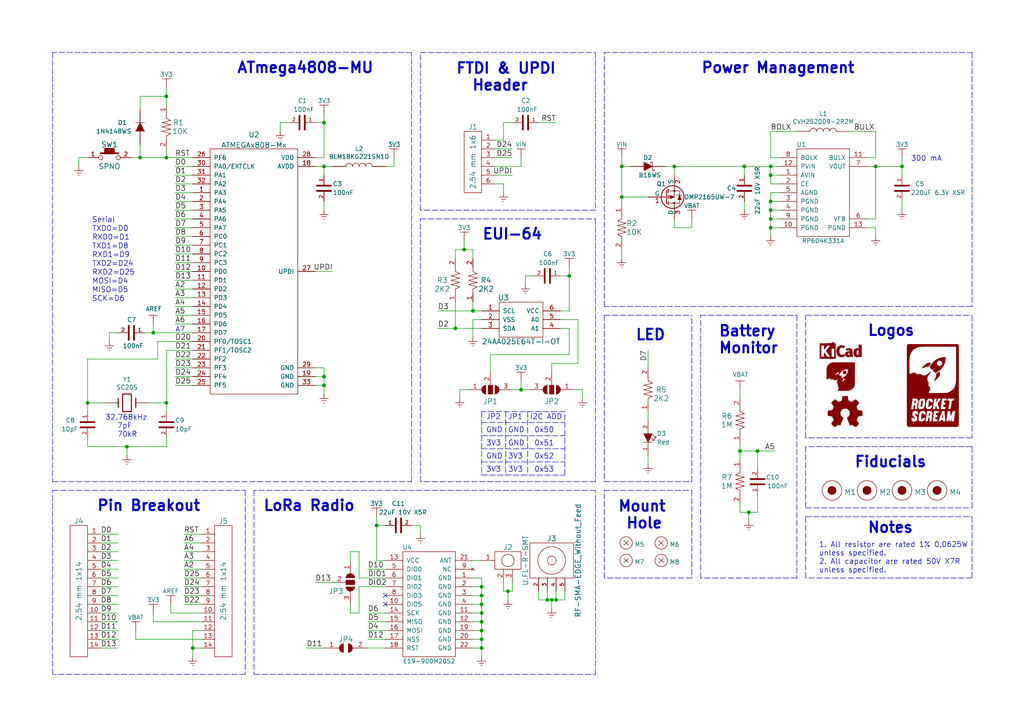
<source format=kicad_sch>
(kicad_sch (version 20211123) (generator eeschema)
  (paper "A4")
  (title_block (title "Mini Ultra LoRa") (date "2022-07-17") (rev "1v00") (company "Rocket Scream Electronics"))
  (junction (at 161.29 173.99))
  (junction (at 139.7 180.34))
  (junction (at 132.08 95.25))
  (junction (at 48.26 116.84))
  (junction (at 195.58 48.26))
  (junction (at 147.32 171.45))
  (junction (at 261.62 48.26))
  (junction (at 139.7 185.42))
  (junction (at 223.52 60.96))
  (junction (at 93.98 109.22))
  (junction (at 139.7 175.26))
  (junction (at 223.52 58.42))
  (junction (at 139.7 187.96))
  (junction (at 215.9 48.26))
  (junction (at 109.22 152.4))
  (junction (at 223.52 50.8))
  (junction (at 48.26 45.72))
  (junction (at 165.1 80.01))
  (junction (at 93.98 111.76))
  (junction (at 139.7 172.72))
  (junction (at 44.45 96.52))
  (junction (at 93.98 48.26))
  (junction (at 137.16 90.17))
  (junction (at 180.34 57.15))
  (junction (at 36.83 129.54))
  (junction (at 139.7 170.18))
  (junction (at 48.26 27.94))
  (junction (at 214.63 130.81))
  (junction (at 158.75 173.99))
  (junction (at 219.71 130.81))
  (junction (at 160.02 173.99))
  (junction (at 223.52 66.04))
  (junction (at 151.13 113.03))
  (junction (at 223.52 63.5))
  (junction (at 223.52 48.26))
  (junction (at 134.62 72.39))
  (junction (at 139.7 177.8))
  (junction (at 25.4 116.84))
  (junction (at 93.98 35.56))
  (junction (at 180.34 48.26))
  (junction (at 217.17 148.59))
  (junction (at 139.7 182.88))
  (junction (at 254 48.26))
  (junction (at 55.88 187.96))
  (junction (at 40.64 45.72))
  (no_connect (at 111.76 175.26))
  (no_connect (at 111.76 172.72))
  (polyline (pts (xy 203.2 91.44) (xy 231.14 91.44)))
  (wire (pts (xy 49.53 177.8) (xy 49.53 175.26)))
  (wire (pts (xy 146.05 53.34) (xy 146.05 55.88)))
  (wire (pts (xy 36.83 129.54) (xy 48.26 129.54)))
  (polyline (pts (xy 119.38 15.24) (xy 15.24 15.24)))
  (polyline (pts (xy 281.94 147.32) (xy 281.94 129.54)))
  (wire (pts (xy 58.42 187.96) (xy 55.88 187.96)))
  (wire (pts (xy 34.29 180.34) (xy 29.21 180.34)))
  (wire (pts (xy 251.46 63.5) (xy 254 63.5)))
  (wire (pts (xy 109.22 152.4) (xy 109.22 162.56)))
  (wire (pts (xy 50.8 86.36) (xy 55.88 86.36)))
  (polyline (pts (xy 200.66 139.7) (xy 200.66 91.44)))
  (wire (pts (xy 48.26 27.94) (xy 48.26 30.48)))
  (wire (pts (xy 139.7 182.88) (xy 139.7 185.42)))
  (wire (pts (xy 48.26 25.4) (xy 48.26 27.94)))
  (wire (pts (xy 29.21 162.56) (xy 34.29 162.56)))
  (wire (pts (xy 91.44 111.76) (xy 93.98 111.76)))
  (polyline (pts (xy 73.66 142.24) (xy 73.66 195.58)))
  (wire (pts (xy 55.88 48.26) (xy 50.8 48.26)))
  (wire (pts (xy 195.58 48.26) (xy 215.9 48.26)))
  (wire (pts (xy 88.9 187.96) (xy 93.98 187.96)))
  (wire (pts (xy 48.26 101.6) (xy 55.88 101.6)))
  (polyline (pts (xy 281.94 15.24) (xy 281.94 88.9)))
  (polyline (pts (xy 231.14 167.64) (xy 203.2 167.64)))
  (wire (pts (xy 111.76 170.18) (xy 104.14 170.18)))
  (wire (pts (xy 55.88 111.76) (xy 50.8 111.76)))
  (wire (pts (xy 137.16 182.88) (xy 139.7 182.88)))
  (wire (pts (xy 93.98 48.26) (xy 93.98 50.8)))
  (wire (pts (xy 111.76 152.4) (xy 109.22 152.4)))
  (wire (pts (xy 93.98 58.42) (xy 93.98 60.96)))
  (wire (pts (xy 127 90.17) (xy 137.16 90.17)))
  (wire (pts (xy 55.88 106.68) (xy 50.8 106.68)))
  (wire (pts (xy 160.02 107.95) (xy 160.02 105.41)))
  (wire (pts (xy 139.7 172.72) (xy 139.7 175.26)))
  (wire (pts (xy 139.7 170.18) (xy 139.7 172.72)))
  (wire (pts (xy 44.45 93.98) (xy 44.45 96.52)))
  (wire (pts (xy 106.68 165.1) (xy 111.76 165.1)))
  (wire (pts (xy 165.1 80.01) (xy 165.1 90.17)))
  (wire (pts (xy 133.35 113.03) (xy 133.35 115.57)))
  (wire (pts (xy 44.45 180.34) (xy 44.45 177.8)))
  (wire (pts (xy 45.72 99.06) (xy 45.72 104.14)))
  (wire (pts (xy 109.22 162.56) (xy 111.76 162.56)))
  (polyline (pts (xy 15.24 139.7) (xy 119.38 139.7)))
  (wire (pts (xy 104.14 177.8) (xy 101.6 177.8)))
  (wire (pts (xy 261.62 48.26) (xy 261.62 50.8)))
  (wire (pts (xy 93.98 109.22) (xy 93.98 111.76)))
  (wire (pts (xy 55.88 73.66) (xy 50.8 73.66)))
  (wire (pts (xy 55.88 91.44) (xy 50.8 91.44)))
  (wire (pts (xy 39.37 182.88) (xy 39.37 185.42)))
  (polyline (pts (xy 15.24 15.24) (xy 15.24 139.7)))
  (wire (pts (xy 217.17 148.59) (xy 219.71 148.59)))
  (polyline (pts (xy 281.94 88.9) (xy 175.26 88.9)))
  (wire (pts (xy 158.75 171.45) (xy 158.75 173.99)))
  (wire (pts (xy 226.06 50.8) (xy 223.52 50.8)))
  (wire (pts (xy 223.52 38.1) (xy 223.52 45.72)))
  (wire (pts (xy 254 66.04) (xy 254 68.58)))
  (wire (pts (xy 214.63 130.81) (xy 219.71 130.81)))
  (wire (pts (xy 48.26 101.6) (xy 48.26 116.84)))
  (wire (pts (xy 146.05 35.56) (xy 146.05 40.64)))
  (wire (pts (xy 137.16 170.18) (xy 139.7 170.18)))
  (wire (pts (xy 162.56 80.01) (xy 165.1 80.01)))
  (polyline (pts (xy 146.685 119.38) (xy 146.685 137.795)))
  (wire (pts (xy 114.3 48.26) (xy 111.76 48.26)))
  (wire (pts (xy 114.3 45.72) (xy 114.3 48.26)))
  (wire (pts (xy 137.16 177.8) (xy 139.7 177.8)))
  (wire (pts (xy 139.7 95.25) (xy 132.08 95.25)))
  (wire (pts (xy 44.45 96.52) (xy 55.88 96.52)))
  (polyline (pts (xy 172.72 15.24) (xy 172.72 60.96)))
  (wire (pts (xy 231.14 38.1) (xy 223.52 38.1)))
  (wire (pts (xy 139.7 177.8) (xy 139.7 180.34)))
  (wire (pts (xy 143.51 53.34) (xy 146.05 53.34)))
  (wire (pts (xy 58.42 160.02) (xy 53.34 160.02)))
  (wire (pts (xy 91.44 78.74) (xy 96.52 78.74)))
  (wire (pts (xy 214.63 146.05) (xy 214.63 148.59)))
  (wire (pts (xy 34.29 172.72) (xy 29.21 172.72)))
  (polyline (pts (xy 139.7 133.985) (xy 163.83 133.985)))
  (wire (pts (xy 223.52 66.04) (xy 223.52 68.58)))
  (wire (pts (xy 215.9 48.26) (xy 223.52 48.26)))
  (wire (pts (xy 106.68 182.88) (xy 111.76 182.88)))
  (wire (pts (xy 161.29 171.45) (xy 161.29 173.99)))
  (wire (pts (xy 254 38.1) (xy 254 45.72)))
  (wire (pts (xy 147.32 171.45) (xy 148.59 171.45)))
  (wire (pts (xy 214.63 128.27) (xy 214.63 130.81)))
  (wire (pts (xy 25.4 45.72) (xy 22.86 45.72)))
  (polyline (pts (xy 203.2 167.64) (xy 203.2 91.44)))
  (wire (pts (xy 104.14 167.64) (xy 104.14 160.02)))
  (wire (pts (xy 139.7 167.64) (xy 139.7 170.18)))
  (wire (pts (xy 154.94 80.01) (xy 152.4 80.01)))
  (polyline (pts (xy 175.26 142.24) (xy 200.66 142.24)))
  (wire (pts (xy 91.44 168.91) (xy 96.52 168.91)))
  (polyline (pts (xy 233.68 127) (xy 233.68 91.44)))
  (wire (pts (xy 34.29 157.48) (xy 29.21 157.48)))
  (wire (pts (xy 261.62 58.42) (xy 261.62 60.96)))
  (wire (pts (xy 45.72 99.06) (xy 55.88 99.06)))
  (wire (pts (xy 58.42 162.56) (xy 53.34 162.56)))
  (wire (pts (xy 55.88 53.34) (xy 50.8 53.34)))
  (wire (pts (xy 217.17 148.59) (xy 217.17 151.13)))
  (wire (pts (xy 48.26 129.54) (xy 48.26 127)))
  (polyline (pts (xy 163.83 137.795) (xy 163.83 119.38)))
  (wire (pts (xy 48.26 45.72) (xy 55.88 45.72)))
  (wire (pts (xy 25.4 104.14) (xy 25.4 116.84)))
  (polyline (pts (xy 281.94 91.44) (xy 281.94 127)))
  (wire (pts (xy 104.14 170.18) (xy 104.14 177.8)))
  (wire (pts (xy 226.06 66.04) (xy 223.52 66.04)))
  (polyline (pts (xy 175.26 167.64) (xy 175.26 142.24)))
  (polyline (pts (xy 200.66 167.64) (xy 175.26 167.64)))
  (wire (pts (xy 58.42 167.64) (xy 53.34 167.64)))
  (wire (pts (xy 34.29 167.64) (xy 29.21 167.64)))
  (polyline (pts (xy 73.66 195.58) (xy 172.72 195.58)))
  (wire (pts (xy 55.88 71.12) (xy 50.8 71.12)))
  (wire (pts (xy 156.21 173.99) (xy 158.75 173.99)))
  (polyline (pts (xy 163.83 119.38) (xy 139.7 119.38)))
  (wire (pts (xy 25.4 116.84) (xy 25.4 119.38)))
  (wire (pts (xy 146.05 40.64) (xy 143.51 40.64)))
  (wire (pts (xy 55.88 78.74) (xy 50.8 78.74)))
  (polyline (pts (xy 172.72 139.7) (xy 121.92 139.7)))
  (wire (pts (xy 55.88 76.2) (xy 50.8 76.2)))
  (polyline (pts (xy 121.92 60.96) (xy 121.92 15.24)))
  (polyline (pts (xy 15.24 195.58) (xy 15.24 142.24)))
  (wire (pts (xy 139.7 180.34) (xy 139.7 182.88)))
  (polyline (pts (xy 139.7 122.555) (xy 163.83 122.555)))
  (wire (pts (xy 215.9 48.26) (xy 215.9 50.8)))
  (wire (pts (xy 106.68 177.8) (xy 111.76 177.8)))
  (polyline (pts (xy 175.26 88.9) (xy 175.26 15.24)))
  (wire (pts (xy 219.71 130.81) (xy 224.79 130.81)))
  (wire (pts (xy 200.66 63.5) (xy 200.66 66.04)))
  (wire (pts (xy 106.68 185.42) (xy 111.76 185.42)))
  (wire (pts (xy 151.13 110.49) (xy 151.13 113.03)))
  (wire (pts (xy 226.06 55.88) (xy 223.52 55.88)))
  (wire (pts (xy 143.51 45.72) (xy 148.59 45.72)))
  (wire (pts (xy 81.28 38.1) (xy 81.28 35.56)))
  (wire (pts (xy 214.63 148.59) (xy 217.17 148.59)))
  (wire (pts (xy 34.29 182.88) (xy 29.21 182.88)))
  (wire (pts (xy 55.88 58.42) (xy 50.8 58.42)))
  (polyline (pts (xy 139.7 119.38) (xy 139.7 137.795)))
  (wire (pts (xy 214.63 113.03) (xy 214.63 115.57)))
  (wire (pts (xy 50.8 81.28) (xy 55.88 81.28)))
  (wire (pts (xy 91.44 48.26) (xy 93.98 48.26)))
  (wire (pts (xy 134.62 69.85) (xy 134.62 72.39)))
  (polyline (pts (xy 119.38 139.7) (xy 119.38 15.24)))
  (wire (pts (xy 137.16 92.71) (xy 137.16 97.79)))
  (wire (pts (xy 55.88 187.96) (xy 55.88 190.5)))
  (wire (pts (xy 38.1 45.72) (xy 40.64 45.72)))
  (wire (pts (xy 223.52 53.34) (xy 223.52 50.8)))
  (polyline (pts (xy 172.72 195.58) (xy 172.72 142.24)))
  (wire (pts (xy 135.89 113.03) (xy 133.35 113.03)))
  (wire (pts (xy 55.88 182.88) (xy 55.88 187.96)))
  (polyline (pts (xy 121.92 139.7) (xy 121.92 63.5)))
  (wire (pts (xy 223.52 63.5) (xy 223.52 60.96)))
  (wire (pts (xy 111.76 167.64) (xy 104.14 167.64)))
  (wire (pts (xy 214.63 130.81) (xy 214.63 133.35)))
  (wire (pts (xy 34.29 170.18) (xy 29.21 170.18)))
  (wire (pts (xy 254 48.26) (xy 254 63.5)))
  (wire (pts (xy 187.96 57.15) (xy 180.34 57.15)))
  (wire (pts (xy 55.88 109.22) (xy 50.8 109.22)))
  (polyline (pts (xy 71.12 142.24) (xy 71.12 195.58)))
  (wire (pts (xy 50.8 93.98) (xy 55.88 93.98)))
  (wire (pts (xy 106.68 180.34) (xy 111.76 180.34)))
  (wire (pts (xy 34.29 187.96) (xy 29.21 187.96)))
  (polyline (pts (xy 233.68 147.32) (xy 281.94 147.32)))
  (wire (pts (xy 180.34 45.72) (xy 180.34 48.26)))
  (wire (pts (xy 55.88 63.5) (xy 50.8 63.5)))
  (wire (pts (xy 58.42 177.8) (xy 49.53 177.8)))
  (wire (pts (xy 34.29 177.8) (xy 29.21 177.8)))
  (wire (pts (xy 121.92 152.4) (xy 121.92 154.94)))
  (wire (pts (xy 226.06 53.34) (xy 223.52 53.34)))
  (wire (pts (xy 165.1 90.17) (xy 162.56 90.17)))
  (wire (pts (xy 109.22 149.86) (xy 109.22 152.4)))
  (polyline (pts (xy 175.26 139.7) (xy 200.66 139.7)))
  (polyline (pts (xy 281.94 167.64) (xy 233.68 167.64)))
  (wire (pts (xy 156.21 171.45) (xy 156.21 173.99)))
  (wire (pts (xy 139.7 187.96) (xy 139.7 190.5)))
  (polyline (pts (xy 121.92 15.24) (xy 172.72 15.24)))
  (wire (pts (xy 132.08 72.39) (xy 132.08 74.93)))
  (wire (pts (xy 34.29 160.02) (xy 29.21 160.02)))
  (wire (pts (xy 58.42 154.94) (xy 53.34 154.94)))
  (wire (pts (xy 200.66 66.04) (xy 195.58 66.04)))
  (wire (pts (xy 55.88 68.58) (xy 50.8 68.58)))
  (wire (pts (xy 48.26 116.84) (xy 48.26 119.38)))
  (wire (pts (xy 165.1 95.25) (xy 165.1 102.87)))
  (polyline (pts (xy 233.68 167.64) (xy 233.68 149.86)))
  (wire (pts (xy 261.62 45.72) (xy 261.62 48.26)))
  (wire (pts (xy 148.59 35.56) (xy 146.05 35.56)))
  (wire (pts (xy 148.59 113.03) (xy 151.13 113.03)))
  (wire (pts (xy 137.16 187.96) (xy 139.7 187.96)))
  (wire (pts (xy 223.52 63.5) (xy 223.52 66.04)))
  (wire (pts (xy 55.88 50.8) (xy 50.8 50.8)))
  (wire (pts (xy 151.13 113.03) (xy 153.67 113.03)))
  (wire (pts (xy 223.52 55.88) (xy 223.52 58.42)))
  (wire (pts (xy 81.28 35.56) (xy 83.82 35.56)))
  (polyline (pts (xy 172.72 60.96) (xy 121.92 60.96)))
  (wire (pts (xy 165.1 80.01) (xy 165.1 77.47)))
  (wire (pts (xy 58.42 172.72) (xy 53.34 172.72)))
  (wire (pts (xy 187.96 132.08) (xy 187.96 134.62)))
  (wire (pts (xy 143.51 50.8) (xy 148.59 50.8)))
  (wire (pts (xy 146.05 168.91) (xy 146.05 171.45)))
  (polyline (pts (xy 139.7 130.175) (xy 163.83 130.175)))
  (wire (pts (xy 139.7 175.26) (xy 139.7 177.8)))
  (polyline (pts (xy 175.26 91.44) (xy 175.26 139.7)))
  (wire (pts (xy 137.16 172.72) (xy 139.7 172.72)))
  (wire (pts (xy 223.52 50.8) (xy 223.52 48.26)))
  (polyline (pts (xy 175.26 91.44) (xy 200.66 91.44)))
  (wire (pts (xy 139.7 90.17) (xy 137.16 90.17)))
  (polyline (pts (xy 172.72 63.5) (xy 172.72 139.7)))
  (wire (pts (xy 93.98 106.68) (xy 93.98 109.22)))
  (wire (pts (xy 134.62 72.39) (xy 137.16 72.39)))
  (wire (pts (xy 45.72 104.14) (xy 25.4 104.14)))
  (wire (pts (xy 40.64 45.72) (xy 40.64 41.91)))
  (wire (pts (xy 34.29 165.1) (xy 29.21 165.1)))
  (wire (pts (xy 34.29 185.42) (xy 29.21 185.42)))
  (wire (pts (xy 246.38 38.1) (xy 254 38.1)))
  (wire (pts (xy 101.6 160.02) (xy 101.6 162.56)))
  (wire (pts (xy 226.06 58.42) (xy 223.52 58.42)))
  (wire (pts (xy 193.04 48.26) (xy 195.58 48.26)))
  (wire (pts (xy 93.98 48.26) (xy 96.52 48.26)))
  (wire (pts (xy 48.26 27.94) (xy 40.64 27.94)))
  (wire (pts (xy 187.96 121.92) (xy 187.96 119.38)))
  (wire (pts (xy 29.21 154.94) (xy 34.29 154.94)))
  (wire (pts (xy 187.96 106.68) (xy 187.96 101.6)))
  (wire (pts (xy 58.42 182.88) (xy 55.88 182.88)))
  (polyline (pts (xy 15.24 142.24) (xy 71.12 142.24)))
  (wire (pts (xy 106.68 187.96) (xy 111.76 187.96)))
  (wire (pts (xy 139.7 92.71) (xy 137.16 92.71)))
  (wire (pts (xy 226.06 63.5) (xy 223.52 63.5)))
  (wire (pts (xy 162.56 92.71) (xy 167.64 92.71)))
  (wire (pts (xy 36.83 129.54) (xy 36.83 132.08)))
  (wire (pts (xy 55.88 88.9) (xy 50.8 88.9)))
  (wire (pts (xy 119.38 152.4) (xy 121.92 152.4)))
  (wire (pts (xy 41.91 96.52) (xy 44.45 96.52)))
  (wire (pts (xy 160.02 173.99) (xy 160.02 176.53)))
  (polyline (pts (xy 231.14 91.44) (xy 231.14 167.64)))
  (wire (pts (xy 58.42 175.26) (xy 53.34 175.26)))
  (wire (pts (xy 58.42 157.48) (xy 53.34 157.48)))
  (wire (pts (xy 93.98 45.72) (xy 91.44 45.72)))
  (polyline (pts (xy 281.94 129.54) (xy 233.68 129.54)))
  (wire (pts (xy 34.29 96.52) (xy 31.75 96.52)))
  (wire (pts (xy 142.24 102.87) (xy 142.24 107.95)))
  (wire (pts (xy 34.29 175.26) (xy 29.21 175.26)))
  (wire (pts (xy 160.02 173.99) (xy 161.29 173.99)))
  (polyline (pts (xy 153.035 119.38) (xy 153.035 137.795)))
  (wire (pts (xy 254 48.26) (xy 261.62 48.26)))
  (wire (pts (xy 152.4 80.01) (xy 152.4 82.55)))
  (wire (pts (xy 39.37 185.42) (xy 58.42 185.42)))
  (wire (pts (xy 146.05 171.45) (xy 147.32 171.45)))
  (wire (pts (xy 58.42 170.18) (xy 53.34 170.18)))
  (wire (pts (xy 161.29 173.99) (xy 163.83 173.99)))
  (wire (pts (xy 93.98 45.72) (xy 93.98 35.56)))
  (polyline (pts (xy 281.94 149.86) (xy 281.94 167.64)))
  (polyline (pts (xy 233.68 129.54) (xy 233.68 147.32)))
  (wire (pts (xy 25.4 127) (xy 25.4 129.54)))
  (wire (pts (xy 55.88 60.96) (xy 50.8 60.96)))
  (wire (pts (xy 104.14 160.02) (xy 101.6 160.02)))
  (wire (pts (xy 195.58 48.26) (xy 195.58 50.8)))
  (wire (pts (xy 180.34 48.26) (xy 180.34 57.15)))
  (wire (pts (xy 147.32 171.45) (xy 147.32 173.99)))
  (wire (pts (xy 137.16 185.42) (xy 139.7 185.42)))
  (wire (pts (xy 151.13 48.26) (xy 151.13 45.72)))
  (wire (pts (xy 58.42 180.34) (xy 44.45 180.34)))
  (wire (pts (xy 148.59 171.45) (xy 148.59 168.91)))
  (wire (pts (xy 91.44 109.22) (xy 93.98 109.22)))
  (wire (pts (xy 31.75 96.52) (xy 31.75 99.06)))
  (wire (pts (xy 137.16 167.64) (xy 139.7 167.64)))
  (wire (pts (xy 219.71 148.59) (xy 219.71 143.51)))
  (wire (pts (xy 43.18 116.84) (xy 48.26 116.84)))
  (wire (pts (xy 143.51 43.18) (xy 148.59 43.18)))
  (polyline (pts (xy 139.7 137.795) (xy 163.83 137.795)))
  (wire (pts (xy 165.1 102.87) (xy 142.24 102.87)))
  (polyline (pts (xy 200.66 142.24) (xy 200.66 167.64)))
  (wire (pts (xy 251.46 48.26) (xy 254 48.26)))
  (wire (pts (xy 137.16 162.56) (xy 139.7 162.56)))
  (wire (pts (xy 215.9 58.42) (xy 215.9 60.96)))
  (wire (pts (xy 156.21 35.56) (xy 161.29 35.56)))
  (wire (pts (xy 167.64 105.41) (xy 167.64 92.71)))
  (polyline (pts (xy 233.68 91.44) (xy 281.94 91.44)))
  (wire (pts (xy 143.51 48.26) (xy 151.13 48.26)))
  (wire (pts (xy 137.16 180.34) (xy 139.7 180.34)))
  (wire (pts (xy 158.75 173.99) (xy 160.02 173.99)))
  (wire (pts (xy 162.56 95.25) (xy 165.1 95.25)))
  (wire (pts (xy 160.02 105.41) (xy 167.64 105.41)))
  (wire (pts (xy 195.58 63.5) (xy 195.58 66.04)))
  (wire (pts (xy 48.26 43.18) (xy 48.26 45.72)))
  (wire (pts (xy 223.52 60.96) (xy 226.06 60.96)))
  (wire (pts (xy 180.34 72.39) (xy 180.34 74.93)))
  (wire (pts (xy 40.64 27.94) (xy 40.64 31.75)))
  (wire (pts (xy 93.98 111.76) (xy 93.98 114.3)))
  (wire (pts (xy 101.6 175.26) (xy 101.6 177.8)))
  (polyline (pts (xy 71.12 195.58) (xy 15.24 195.58)))
  (wire (pts (xy 22.86 45.72) (xy 22.86 48.26)))
  (wire (pts (xy 251.46 45.72) (xy 254 45.72)))
  (wire (pts (xy 127 95.25) (xy 132.08 95.25)))
  (wire (pts (xy 91.44 106.68) (xy 93.98 106.68)))
  (wire (pts (xy 168.91 113.03) (xy 168.91 115.57)))
  (wire (pts (xy 55.88 66.04) (xy 50.8 66.04)))
  (wire (pts (xy 251.46 66.04) (xy 254 66.04)))
  (wire (pts (xy 58.42 165.1) (xy 53.34 165.1)))
  (wire (pts (xy 134.62 72.39) (xy 132.08 72.39)))
  (polyline (pts (xy 172.72 142.24) (xy 73.66 142.24)))
  (wire (pts (xy 93.98 33.02) (xy 93.98 35.56)))
  (wire (pts (xy 137.16 90.17) (xy 137.16 87.63)))
  (polyline (pts (xy 233.68 149.86) (xy 281.94 149.86)))
  (wire (pts (xy 223.52 58.42) (xy 223.52 60.96)))
  (wire (pts (xy 166.37 113.03) (xy 168.91 113.03)))
  (polyline (pts (xy 281.94 127) (xy 233.68 127)))
  (wire (pts (xy 25.4 129.54) (xy 36.83 129.54)))
  (wire (pts (xy 163.83 171.45) (xy 163.83 173.99)))
  (wire (pts (xy 137.16 175.26) (xy 139.7 175.26)))
  (wire (pts (xy 182.88 48.26) (xy 180.34 48.26)))
  (wire (pts (xy 40.64 45.72) (xy 48.26 45.72)))
  (polyline (pts (xy 121.92 63.5) (xy 172.72 63.5)))
  (wire (pts (xy 137.16 74.93) (xy 137.16 72.39)))
  (polyline (pts (xy 139.7 126.365) (xy 163.83 126.365)))
  (wire (pts (xy 226.06 45.72) (xy 223.52 45.72)))
  (wire (pts (xy 223.52 48.26) (xy 226.06 48.26)))
  (wire (pts (xy 219.71 130.81) (xy 219.71 135.89)))
  (wire (pts (xy 132.08 95.25) (xy 132.08 87.63)))
  (polyline (pts (xy 175.26 15.24) (xy 281.94 15.24)))
  (wire (pts (xy 50.8 83.82) (xy 55.88 83.82)))
  (wire (pts (xy 55.88 55.88) (xy 50.8 55.88)))
  (wire (pts (xy 30.48 116.84) (xy 25.4 116.84)))
  (wire (pts (xy 55.88 104.14) (xy 50.8 104.14)))
  (wire (pts (xy 91.44 35.56) (xy 93.98 35.56)))
  (wire (pts (xy 180.34 57.15) (xy 180.34 59.69)))
  (wire (pts (xy 139.7 185.42) (xy 139.7 187.96)))
  (text "Notes" (at 251.46 154.94 0) (effects (font (size 3.048 3.048) (thickness 0.6096) bold) (justify left bottom)))
  (text "Logos" (at 251.46 97.79 0) (effects (font (size 3.048 3.048) (thickness 0.6096) bold) (justify left bottom)))
  (text "3V3" (at 147.32 137.16 0) (effects (font (size 1.524 1.524)) (justify left bottom)))
  (text "FTDI & UPDI\n  Header" (at 132.08 26.67 0) (effects (font (size 3.048 3.048) (thickness 0.6096) bold) (justify left bottom)))
  (text "3V3" (at 140.97 129.54 0) (effects (font (size 1.524 1.524)) (justify left bottom)))
  (text "GND" (at 147.32 129.54 0) (effects (font (size 1.524 1.524)) (justify left bottom)))
  (text "A7" (at 50.8 96.52 0) (effects (font (size 1.524 1.524)) (justify left bottom)))
  (text "3V3" (at 147.32 133.35 0) (effects (font (size 1.524 1.524)) (justify left bottom)))
  (text "0x52" (at 154.94 133.35 0) (effects (font (size 1.524 1.524)) (justify left bottom)))
  (text "GND" (at 140.97 125.73 0) (effects (font (size 1.524 1.524)) (justify left bottom)))
  (text "Serial" (at 26.67 64.77 0) (effects (font (size 1.524 1.524)) (justify left bottom)))
  (text "TXD0=D0" (at 26.67 67.31 0) (effects (font (size 1.524 1.524)) (justify left bottom)))
  (text "MOSI=D4" (at 26.67 82.55 0) (effects (font (size 1.524 1.524)) (justify left bottom)))
  (text "300 mA" (at 264.16 46.99 0) (effects (font (size 1.524 1.524)) (justify left bottom)))
  (text "TXD2=D24" (at 26.67 77.47 0) (effects (font (size 1.524 1.524)) (justify left bottom)))
  (text "GND" (at 140.97 133.35 0) (effects (font (size 1.524 1.524)) (justify left bottom)))
  (text "RXD0=D1" (at 26.67 69.85 0) (effects (font (size 1.524 1.524)) (justify left bottom)))
  (text "EUI-64" (at 139.7 69.85 0) (effects (font (size 3.048 3.048) (thickness 0.6096) bold) (justify left bottom)))
  (text "1. All resistor are rated 1% 0.0625W \nunless specified.\n2. All capacitor are rated 50V X7R \nunless specified." (at 237.49 166.37 0) (effects (font (size 1.524 1.524)) (justify left bottom)))
  (text "ATmega4808-MU" (at 68.58 21.59 0) (effects (font (size 3.048 3.048) (thickness 0.6096) bold) (justify left bottom)))
  (text "MISO=D5" (at 26.67 85.09 0) (effects (font (size 1.524 1.524)) (justify left bottom)))
  (text "Power Management" (at 203.2 21.59 0) (effects (font (size 3.048 3.048) (thickness 0.6096) bold) (justify left bottom)))
  (text "JP2" (at 140.97 121.92 0) (effects (font (size 1.524 1.524)) (justify left bottom)))
  (text "LED" (at 184.15 99.06 0) (effects (font (size 3.048 3.048) (thickness 0.6096) bold) (justify left bottom)))
  (text "Mount\n Hole" (at 179.07 153.67 0) (effects (font (size 3.048 3.048) (thickness 0.6096) bold) (justify left bottom)))
  (text "SCK=D6" (at 26.67 87.63 0) (effects (font (size 1.524 1.524)) (justify left bottom)))
  (text "3V3" (at 140.97 137.16 0) (effects (font (size 1.524 1.524)) (justify left bottom)))
  (text "Battery\nMonitor" (at 208.28 102.87 0) (effects (font (size 3.048 3.048) (thickness 0.6096) bold) (justify left bottom)))
  (text "Pin Breakout" (at 27.94 148.59 0) (effects (font (size 3.048 3.048) (thickness 0.6096) bold) (justify left bottom)))
  (text "RXD1=D9" (at 26.67 74.93 0) (effects (font (size 1.524 1.524)) (justify left bottom)))
  (text "GND" (at 147.32 125.73 0) (effects (font (size 1.524 1.524)) (justify left bottom)))
  (text "32.768kHz\n   7pF\n   70kR" (at 30.48 127 0) (effects (font (size 1.524 1.524)) (justify left bottom)))
  (text "Fiducials" (at 247.65 135.89 0) (effects (font (size 3.048 3.048) (thickness 0.6096) bold) (justify left bottom)))
  (text "I2C ADD" (at 153.67 121.92 0) (effects (font (size 1.524 1.524)) (justify left bottom)))
  (text "RXD2=D25" (at 26.67 80.01 0) (effects (font (size 1.524 1.524)) (justify left bottom)))
  (text "LoRa Radio" (at 76.2 148.59 0) (effects (font (size 3.048 3.048) (thickness 0.6096) bold) (justify left bottom)))
  (text "0x53" (at 154.94 137.16 0) (effects (font (size 1.524 1.524)) (justify left bottom)))
  (text "0x51" (at 154.94 129.54 0) (effects (font (size 1.524 1.524)) (justify left bottom)))
  (text "0x50" (at 154.94 125.73 0) (effects (font (size 1.524 1.524)) (justify left bottom)))
  (text "JP1" (at 147.32 121.92 0) (effects (font (size 1.524 1.524)) (justify left bottom)))
  (text "TXD1=D8" (at 26.67 72.39 0) (effects (font (size 1.524 1.524)) (justify left bottom)))
  (label "RST" (at 50.8 45.72 0) (effects (font (size 1.524 1.524))))
  (label "D9" (at 50.8 71.12 0) (effects (font (size 1.524 1.524))))
  (label "D24" (at 53.34 170.18 0) (effects (font (size 1.524 1.524))))
  (label "D13" (at 50.8 81.28 0) (effects (font (size 1.524 1.524))))
  (label "D13" (at 29.21 187.96 0) (effects (font (size 1.524 1.524))))
  (label "D0" (at 50.8 48.26 0) (effects (font (size 1.524 1.524))))
  (label "D24" (at 148.59 43.18 180) (effects (font (size 1.524 1.524))))
  (label "D2" (at 50.8 53.34 0) (effects (font (size 1.524 1.524))))
  (label "D25" (at 50.8 111.76 0) (effects (font (size 1.524 1.524))))
  (label "D7" (at 187.96 101.6 270) (effects (font (size 1.524 1.524))))
  (label "A5" (at 50.8 91.44 0) (effects (font (size 1.524 1.524))))
  (label "RST" (at 53.34 154.94 0) (effects (font (size 1.524 1.524))))
  (label "D25" (at 148.59 45.72 180) (effects (font (size 1.524 1.524))))
  (label "BOLX" (at 223.52 38.1 0) (effects (font (size 1.524 1.524))))
  (label "D20" (at 50.8 99.06 0) (effects (font (size 1.524 1.524))))
  (label "D11" (at 88.9 187.96 0) (effects (font (size 1.524 1.524))))
  (label "D5" (at 106.68 180.34 0) (effects (font (size 1.524 1.524))))
  (label "D6" (at 29.21 170.18 0) (effects (font (size 1.524 1.524))))
  (label "D21" (at 50.8 101.6 0) (effects (font (size 1.524 1.524))))
  (label "A4" (at 53.34 160.02 0) (effects (font (size 1.524 1.524))))
  (label "D12" (at 50.8 78.74 0) (effects (font (size 1.524 1.524))))
  (label "A2" (at 50.8 83.82 0) (effects (font (size 1.524 1.524))))
  (label "D10" (at 106.68 165.1 0) (effects (font (size 1.524 1.524))))
  (label "A2" (at 53.34 165.1 0) (effects (font (size 1.524 1.524))))
  (label "D22" (at 50.8 104.14 0) (effects (font (size 1.524 1.524))))
  (label "D13" (at 91.44 168.91 0) (effects (font (size 1.524 1.524))))
  (label "D4" (at 29.21 165.1 0) (effects (font (size 1.524 1.524))))
  (label "D11" (at 29.21 182.88 0) (effects (font (size 1.524 1.524))))
  (label "D4" (at 106.68 182.88 0) (effects (font (size 1.524 1.524))))
  (label "DIO1" (at 106.68 167.64 0) (effects (font (size 1.524 1.524))))
  (label "A6" (at 50.8 93.98 0) (effects (font (size 1.524 1.524))))
  (label "DIO2" (at 106.68 170.18 0) (effects (font (size 1.524 1.524))))
  (label "D1" (at 29.21 157.48 0) (effects (font (size 1.524 1.524))))
  (label "A5" (at 224.79 130.81 180) (effects (font (size 1.524 1.524))))
  (label "UPDI" (at 96.52 78.74 180) (effects (font (size 1.524 1.524))))
  (label "D6" (at 50.8 63.5 0) (effects (font (size 1.524 1.524))))
  (label "D11" (at 50.8 76.2 0) (effects (font (size 1.524 1.524))))
  (label "D5" (at 50.8 60.96 0) (effects (font (size 1.524 1.524))))
  (label "D2" (at 29.21 160.02 0) (effects (font (size 1.524 1.524))))
  (label "D6" (at 106.68 177.8 0) (effects (font (size 1.524 1.524))))
  (label "D23" (at 50.8 106.68 0) (effects (font (size 1.524 1.524))))
  (label "A3" (at 50.8 86.36 0) (effects (font (size 1.524 1.524))))
  (label "D0" (at 29.21 154.94 0) (effects (font (size 1.524 1.524))))
  (label "D2" (at 127 95.25 0) (effects (font (size 1.524 1.524))))
  (label "UPDI" (at 148.59 50.8 180) (effects (font (size 1.524 1.524))))
  (label "A3" (at 53.34 162.56 0) (effects (font (size 1.524 1.524))))
  (label "D5" (at 29.21 167.64 0) (effects (font (size 1.524 1.524))))
  (label "D7" (at 29.21 172.72 0) (effects (font (size 1.524 1.524))))
  (label "D25" (at 53.34 167.64 0) (effects (font (size 1.524 1.524))))
  (label "RST" (at 161.29 35.56 180) (effects (font (size 1.524 1.524))))
  (label "D3" (at 29.21 162.56 0) (effects (font (size 1.524 1.524))))
  (label "D10" (at 50.8 73.66 0) (effects (font (size 1.524 1.524))))
  (label "D10" (at 29.21 180.34 0) (effects (font (size 1.524 1.524))))
  (label "D4" (at 50.8 58.42 0) (effects (font (size 1.524 1.524))))
  (label "D9" (at 29.21 177.8 0) (effects (font (size 1.524 1.524))))
  (label "D12" (at 29.21 185.42 0) (effects (font (size 1.524 1.524))))
  (label "D12" (at 106.68 185.42 0) (effects (font (size 1.524 1.524))))
  (label "D23" (at 53.34 172.72 0) (effects (font (size 1.524 1.524))))
  (label "D24" (at 50.8 109.22 0) (effects (font (size 1.524 1.524))))
  (label "D22" (at 53.34 175.26 0) (effects (font (size 1.524 1.524))))
  (label "A4" (at 50.8 88.9 0) (effects (font (size 1.524 1.524))))
  (label "A6" (at 53.34 157.48 0) (effects (font (size 1.524 1.524))))
  (label "D8" (at 29.21 175.26 0) (effects (font (size 1.524 1.524))))
  (label "D3" (at 50.8 55.88 0) (effects (font (size 1.524 1.524))))
  (label "D1" (at 50.8 50.8 0) (effects (font (size 1.524 1.524))))
  (label "D8" (at 50.8 68.58 0) (effects (font (size 1.524 1.524))))
  (label "BULX" (at 247.65 38.1 0) (effects (font (size 1.524 1.524))))
  (label "D3" (at 127 90.17 0) (effects (font (size 1.524 1.524))))
  (label "D7" (at 50.8 66.04 0) (effects (font (size 1.524 1.524))))
  (symbol (lib_id "RocketScreamKiCadLib:INDUCTOR") (at 104.14 48.26 0) (unit 1)
    (property "Reference" "L2" (at 104.14 43.1292 0))
    (property "Value" "BLM18KG221SN1D" (at 104.14 45.4406 0))
    (property "Footprint" "RocketScreamKiCadLib:I_0603" (effects hide))
  )
  (symbol (lib_id "RocketScreamKiCadLib:CAPACITOR-CERAMIC") (at 261.62 54.61 0) (unit 1)
    (property "Reference" "C5" (at 265.43 53.34 0) (effects (justify left)))
    (property "Value" "220uF 6.3V X5R" (at 264.16 55.88 0) (effects (justify left)))
    (property "Footprint" "RocketScreamKiCadLib:C_1206" (effects hide))
  )
  (symbol (lib_id "RocketScreamKiCadLib:CAPACITOR-CERAMIC") (at 215.9 54.61 0) (unit 1)
    (property "Reference" "C4" (at 210.82 54.61 0) (effects (justify left)))
    (property "Value" "22uF 10V X5R" (at 219.71 62.23 90) (effects (justify left)))
    (property "Footprint" "RocketScreamKiCadLib:C_0603" (effects hide))
  )
  (symbol (lib_id "RocketScreamKiCadLib:GND") (at 223.52 68.58 0) (unit 1)
    (property "Reference" "#PWR014" (effects hide))
    (property "Value" "GND" (effects hide))
  )
  (symbol (lib_id "RocketScreamKiCadLib:GND") (at 261.62 60.96 0) (unit 1)
    (property "Reference" "#PWR012" (effects hide))
    (property "Value" "GND" (effects hide))
  )
  (symbol (lib_id "RocketScreamKiCadLib:GND") (at 215.9 60.96 0) (unit 1)
    (property "Reference" "#PWR011" (effects hide))
    (property "Value" "GND" (effects hide))
  )
  (symbol (lib_id "RocketScreamKiCadLib:CAPACITOR-CERAMIC") (at 87.63 35.56 270) (unit 1)
    (property "Reference" "C1" (at 86.36 29.21 90) (effects (justify left)))
    (property "Value" "100nF" (at 85.09 31.75 90) (effects (justify left)))
    (property "Footprint" "RocketScreamKiCadLib:C_0603" (effects hide))
  )
  (symbol (lib_id "RocketScreamKiCadLib:GND") (at 81.28 38.1 0) (unit 1)
    (property "Reference" "#PWR03" (effects hide))
    (property "Value" "GND" (effects hide))
  )
  (symbol (lib_id "RocketScreamKiCadLib:CAPACITOR-CERAMIC") (at 93.98 54.61 0) (unit 1)
    (property "Reference" "C3" (at 96.52 53.34 0) (effects (justify left)))
    (property "Value" "100nF" (at 96.52 55.88 0) (effects (justify left)))
    (property "Footprint" "RocketScreamKiCadLib:C_0603" (effects hide))
  )
  (symbol (lib_id "RocketScreamKiCadLib:DIODE") (at 40.64 36.83 90) (mirror x) (unit 1)
    (property "Reference" "D1" (at 36.83 35.56 90) (effects (justify left)))
    (property "Value" "1N4148WS" (at 38.1 38.1 90) (effects (justify left)))
    (property "Footprint" "RocketScreamKiCadLib:SOD-323" (effects hide))
  )
  (symbol (lib_id "RocketScreamKiCadLib:RESISTOR") (at 48.26 36.83 90) (mirror x) (unit 1)
    (property "Reference" "R1" (at 53.34 35.56 90) (effects (font (size 1.524 1.524)) (justify left)))
    (property "Value" "10K" (at 54.61 38.1 90) (effects (font (size 1.524 1.524)) (justify left)))
    (property "Footprint" "RocketScreamKiCadLib:R_0603" (effects hide))
  )
  (symbol (lib_id "RocketScreamKiCadLib:TACT-SWITCH_2Pins") (at 31.75 45.72 0) (unit 1)
    (property "Reference" "SW1" (at 31.75 41.91 0) (effects (font (size 1.524 1.524))))
    (property "Value" "SPNO" (at 31.75 48.26 0) (effects (font (size 1.524 1.524))))
    (property "Footprint" "RocketScreamKiCadLib:TS-1086E-12" (effects hide))
  )
  (symbol (lib_id "RocketScreamKiCadLib:GND") (at 22.86 48.26 0) (mirror y) (unit 1)
    (property "Reference" "#PWR08" (effects hide))
    (property "Value" "GND" (effects hide))
  )
  (symbol (lib_id "RocketScreamKiCadLib:GND") (at 93.98 60.96 0) (unit 1)
    (property "Reference" "#PWR010" (effects hide))
    (property "Value" "GND" (effects hide))
  )
  (symbol (lib_id "RocketScreamKiCadLib:CAPACITOR-CERAMIC") (at 38.1 96.52 270) (unit 1)
    (property "Reference" "C7" (at 36.83 92.71 90) (effects (justify left)))
    (property "Value" "100nF" (at 35.56 100.33 90) (effects (justify left)))
    (property "Footprint" "RocketScreamKiCadLib:C_0603" (effects hide))
  )
  (symbol (lib_id "RocketScreamKiCadLib:GND") (at 31.75 99.06 0) (unit 1)
    (property "Reference" "#PWR022" (effects hide))
    (property "Value" "GND" (effects hide))
  )
  (symbol (lib_id "RocketScreamKiCadLib:AREF") (at 44.45 93.98 0) (unit 1)
    (property "Reference" "#PWR020" (effects hide))
    (property "Value" "AREF" (at 44.577 89.5858 0))
  )
  (symbol (lib_id "RocketScreamKiCadLib:LED-SINGLE") (at 187.96 127 90) (unit 1)
    (property "Reference" "D3" (at 190.5 125.73 90) (effects (justify right)))
    (property "Value" "Red" (at 190.5 128.27 90) (effects (justify right)))
    (property "Footprint" "RocketScreamKiCadLib:LED_0603" (effects hide))
  )
  (symbol (lib_id "RocketScreamKiCadLib:RESISTOR") (at 187.96 113.03 90) (unit 1)
    (property "Reference" "R5" (at 191.77 113.03 90) (effects (font (size 1.524 1.524))))
    (property "Value" "2K2" (at 191.77 115.57 90) (effects (font (size 1.524 1.524))))
    (property "Footprint" "RocketScreamKiCadLib:R_0603" (effects hide))
  )
  (symbol (lib_id "RocketScreamKiCadLib:GND") (at 187.96 134.62 0) (unit 1)
    (property "Reference" "#PWR029" (effects hide))
    (property "Value" "GND" (effects hide))
  )
  (symbol (lib_id "RocketScreamKiCadLib:CONN-HDR-1x14") (at 22.86 171.45 0) (unit 1)
    (property "Reference" "J4" (at 22.86 151.13 0) (effects (font (size 1.524 1.524))))
    (property "Value" "2.54 mm 1x14" (at 22.86 171.45 90) (effects (font (size 1.524 1.524))))
    (property "Footprint" "RocketScreamKiCadLib:HDR_1x14_Pitch2.54mm" (effects hide))
  )
  (symbol (lib_id "RocketScreamKiCadLib:CONN-HDR-1x14") (at 64.77 171.45 0) (mirror y) (unit 1)
    (property "Reference" "J5" (at 64.77 151.13 0) (effects (font (size 1.524 1.524))))
    (property "Value" "2.54 mm 1x14" (at 64.77 171.45 90) (effects (font (size 1.524 1.524))))
    (property "Footprint" "RocketScreamKiCadLib:HDR_1x14_Pitch2.54mm" (effects hide))
  )
  (symbol (lib_id "RocketScreamKiCadLib:CONN-HDR-1x6") (at 137.16 46.99 0) (unit 1)
    (property "Reference" "J1" (at 137.16 36.83 0) (effects (font (size 1.524 1.524))))
    (property "Value" "2.54 mm 1x6" (at 137.16 46.99 90) (effects (font (size 1.524 1.524))))
    (property "Footprint" "RocketScreamKiCadLib:HDR_1x6_Pitch2.54mm" (effects hide))
  )
  (symbol (lib_id "RocketScreamKiCadLib:CAPACITOR-CERAMIC") (at 152.4 35.56 270) (unit 1)
    (property "Reference" "C2" (at 151.13 29.21 90) (effects (justify left)))
    (property "Value" "100nF" (at 149.86 31.75 90) (effects (justify left)))
    (property "Footprint" "RocketScreamKiCadLib:C_0603" (effects hide))
  )
  (symbol (lib_id "RocketScreamKiCadLib:GND") (at 146.05 55.88 0) (unit 1)
    (property "Reference" "#PWR09" (effects hide))
    (property "Value" "GND" (effects hide))
  )
  (symbol (lib_id "RocketScreamKiCadLib:GND") (at 55.88 190.5 0) (unit 1)
    (property "Reference" "#PWR038" (effects hide))
    (property "Value" "GND" (effects hide))
  )
  (symbol (lib_id "RocketScreamKiCadLib:VIN") (at 151.13 45.72 0) (unit 1)
    (property "Reference" "#PWR05" (effects hide))
    (property "Value" "VIN" (at 151.13 41.91 0))
  )
  (symbol (lib_id "RocketScreamKiCadLib:AREF") (at 49.53 175.26 0) (unit 1)
    (property "Reference" "#PWR034" (effects hide))
    (property "Value" "AREF" (at 49.53 171.45 0))
  )
  (symbol (lib_id "RocketScreamKiCadLib:LOGO-KICAD") (at 243.84 101.6 0) (unit 1)
    (property "Reference" "LOGO1" (effects hide))
    (property "Value" "LOGO-KICAD" (effects hide))
    (property "Footprint" "RocketScreamKiCadLib:LOGO-KICAD_XXXSmall" (effects hide))
  )
  (symbol (lib_id "RocketScreamKiCadLib:GND") (at 254 68.58 0) (unit 1)
    (property "Reference" "#PWR015" (effects hide))
    (property "Value" "GND" (effects hide))
  )
  (symbol (lib_id "RocketScreamKiCadLib:INDUCTOR") (at 238.76 38.1 0) (unit 1)
    (property "Reference" "L1" (at 238.76 32.9692 0))
    (property "Value" "CVH252009-2R2M" (at 238.76 35.2806 0))
    (property "Footprint" "RocketScreamKiCadLib:I_2520" (effects hide))
  )
  (symbol (lib_id "RocketScreamKiCadLib:MOSFET-P") (at 195.58 57.15 0) (mirror x) (unit 1)
    (property "Reference" "Q1" (at 191.77 53.34 0))
    (property "Value" "DMP2165UW-7" (at 205.74 57.15 0))
    (property "Footprint" "RocketScreamKiCadLib:SOT-323" (effects hide))
  )
  (symbol (lib_id "RocketScreamKiCadLib:DIODE_Schottky") (at 187.96 48.26 180) (unit 1)
    (property "Reference" "D2" (at 189.23 45.72 0) (effects (justify left)))
    (property "Value" "B16WS" (at 191.77 50.8 0) (effects (justify left)))
    (property "Footprint" "RocketScreamKiCadLib:SOD-323" (effects hide))
  )
  (symbol (lib_id "RocketScreamKiCadLib:RESISTOR") (at 180.34 66.04 270) (unit 1)
    (property "Reference" "R2" (at 181.61 64.77 90) (effects (font (size 1.524 1.524)) (justify left)))
    (property "Value" "10K" (at 181.61 67.31 90) (effects (font (size 1.524 1.524)) (justify left)))
    (property "Footprint" "RocketScreamKiCadLib:R_0603" (effects hide))
  )
  (symbol (lib_id "RocketScreamKiCadLib:GND") (at 180.34 74.93 0) (unit 1)
    (property "Reference" "#PWR017" (effects hide))
    (property "Value" "GND" (effects hide))
  )
  (symbol (lib_id "RocketScreamKiCadLib:VIN") (at 180.34 45.72 0) (unit 1)
    (property "Reference" "#PWR06" (effects hide))
    (property "Value" "VIN" (at 180.34 41.91 0))
  )
  (symbol (lib_id "RocketScreamKiCadLib:VBAT") (at 200.66 63.5 0) (unit 1)
    (property "Reference" "#PWR013" (effects hide))
    (property "Value" "VBAT" (at 200.66 59.69 0))
  )
  (symbol (lib_id "RocketScreamKiCadLib:VBAT") (at 39.37 182.88 0) (unit 1)
    (property "Reference" "#PWR037" (effects hide))
    (property "Value" "VBAT" (at 39.37 179.07 0))
  )
  (symbol (lib_id "RocketScreamKiCadLib:LOGO-ROCKET-SCREAM-VERTICAL") (at 270.51 111.76 0) (unit 1)
    (property "Reference" "LOGO3" (effects hide))
    (property "Value" "LOGO-ROCKET-SCREAM-VERTICAL" (effects hide))
    (property "Footprint" "RocketScreamKiCadLib:LOGO-ROCKET-SCREAM_Vertical_XSmall" (effects hide))
  )
  (symbol (lib_id "RocketScreamKiCadLib:RESISTOR") (at 214.63 121.92 90) (unit 1)
    (property "Reference" "R6" (at 210.82 120.65 90) (effects (font (size 1.524 1.524))))
    (property "Value" "1M" (at 210.82 123.19 90) (effects (font (size 1.524 1.524))))
    (property "Footprint" "RocketScreamKiCadLib:R_0603" (effects hide))
  )
  (symbol (lib_id "RocketScreamKiCadLib:RESISTOR") (at 214.63 139.7 270) (unit 1)
    (property "Reference" "R7" (at 210.82 138.43 90) (effects (font (size 1.524 1.524))))
    (property "Value" "1M" (at 210.82 140.97 90) (effects (font (size 1.524 1.524))))
    (property "Footprint" "RocketScreamKiCadLib:R_0603" (effects hide))
  )
  (symbol (lib_id "RocketScreamKiCadLib:CAPACITOR-CERAMIC") (at 219.71 139.7 180) (unit 1)
    (property "Reference" "C10" (at 226.06 138.43 0) (effects (justify left)))
    (property "Value" "100nF" (at 228.6 140.97 0) (effects (justify left)))
    (property "Footprint" "RocketScreamKiCadLib:C_0603" (effects hide))
  )
  (symbol (lib_id "RocketScreamKiCadLib:VBAT") (at 214.63 113.03 0) (unit 1)
    (property "Reference" "#PWR024" (effects hide))
    (property "Value" "VBAT" (at 214.757 108.6358 0))
  )
  (symbol (lib_id "RocketScreamKiCadLib:GND") (at 217.17 151.13 0) (unit 1)
    (property "Reference" "#PWR031" (effects hide))
    (property "Value" "GND" (effects hide))
  )
  (symbol (lib_id "RocketScreamKiCadLib:RP604Kxxx") (at 238.76 55.88 0) (unit 1)
    (property "Reference" "U1" (at 232.41 41.91 0))
    (property "Value" "RP604K331A" (at 238.76 69.85 0))
    (property "Footprint" "RocketScreamKiCadLib:DFN-12" (effects hide))
    (property "Datasheet" "https://www.e-devices.ricoh.co.jp/en/products/power/dcdc/rp604/rp604-ea.pdf" (effects hide))
  )
  (symbol (lib_id "RocketScreamKiCadLib:LOGO-OSHW") (at 245.11 119.38 0) (unit 1)
    (property "Reference" "LOGO4" (effects hide))
    (property "Value" "LOGO-OSHW" (effects hide))
    (property "Footprint" "RocketScreamKiCadLib:LOGO-OSHW_XXSmall" (effects hide))
  )
  (symbol (lib_id "RocketScreamKiCadLib:LOGO-ROCKET-SCREAM-WITHOUT-TEXT") (at 243.84 109.22 0) (unit 1)
    (property "Reference" "LOGO2" (effects hide))
    (property "Value" "LOGO-ROCKET-SCREAM-WITHOUT-TEXT" (effects hide))
    (property "Footprint" "RocketScreamKiCadLib:LOGO-ROCKET-SCREAM_Without_Text_XXXXSmall" (effects hide))
  )
  (symbol (lib_id "RocketScreamKiCadLib:GND") (at 93.98 114.3 0) (unit 1)
    (property "Reference" "#PWR025" (effects hide))
    (property "Value" "GND" (effects hide))
  )
  (symbol (lib_id "RocketScreamKiCadLib:CRYSTAL") (at 36.83 116.84 0) (unit 1)
    (property "Reference" "Y1" (at 36.83 110.0328 0))
    (property "Value" "SC20S" (at 36.83 112.3442 0))
    (property "Footprint" "RocketScreamKiCadLib:SC-20S" (effects hide))
  )
  (symbol (lib_id "RocketScreamKiCadLib:CAPACITOR-CERAMIC") (at 25.4 123.19 0) (unit 1)
    (property "Reference" "C8" (at 19.05 121.92 0) (effects (justify left)))
    (property "Value" "10pF" (at 17.78 124.46 0) (effects (justify left)))
    (property "Footprint" "RocketScreamKiCadLib:C_0603" (effects hide))
  )
  (symbol (lib_id "RocketScreamKiCadLib:CAPACITOR-CERAMIC") (at 48.26 123.19 0) (unit 1)
    (property "Reference" "C9" (at 50.8 121.92 0) (effects (justify left)))
    (property "Value" "10pF" (at 50.8 124.46 0) (effects (justify left)))
    (property "Footprint" "RocketScreamKiCadLib:C_0603" (effects hide))
  )
  (symbol (lib_id "RocketScreamKiCadLib:GND") (at 36.83 132.08 0) (unit 1)
    (property "Reference" "#PWR028" (effects hide))
    (property "Value" "GND" (effects hide))
  )
  (symbol (lib_id "RocketScreamKiCadLib:GND") (at 139.7 190.5 0) (unit 1)
    (property "Reference" "#PWR039" (effects hide))
    (property "Value" "GND" (effects hide))
  )
  (symbol (lib_id "RocketScreamKiCadLib:FIDUCIAL") (at 251.46 143.51 0) (unit 1)
    (property "Reference" "M2" (at 255.011 142.7605 0) (effects (font (size 1.524 1.524)) (justify left)))
    (property "Value" "FIDUCIAL" (effects hide))
    (property "Footprint" "RocketScreamKiCadLib:FIDUCIAL-0.5MM_CROSS" (effects hide))
  )
  (symbol (lib_id "RocketScreamKiCadLib:U.FL-R-SMT") (at 147.32 162.56 0) (unit 1)
    (property "Reference" "J2" (at 147.32 158.75 0) (effects (font (size 1.524 1.524))))
    (property "Value" "U.FL-R-SMT" (at 152.4 162.56 90) (effects (font (size 1.524 1.524))))
    (property "Footprint" "RocketScreamKiCadLib:U.FL-R-SMT" (effects hide))
  )
  (symbol (lib_id "RocketScreamKiCadLib:3V3") (at 48.26 25.4 0) (unit 1)
    (property "Reference" "#PWR01" (effects hide))
    (property "Value" "3V3" (at 48.26 21.59 0))
  )
  (symbol (lib_id "RocketScreamKiCadLib:RESISTOR") (at 137.16 81.28 90) (unit 1)
    (property "Reference" "R4" (at 140.97 81.28 90) (effects (font (size 1.524 1.524))))
    (property "Value" "2K2" (at 140.97 83.82 90) (effects (font (size 1.524 1.524))))
    (property "Footprint" "RocketScreamKiCadLib:R_0603" (effects hide))
  )
  (symbol (lib_id "RocketScreamKiCadLib:RESISTOR") (at 132.08 81.28 90) (unit 1)
    (property "Reference" "R3" (at 128.27 81.28 90) (effects (font (size 1.524 1.524))))
    (property "Value" "2K2" (at 128.27 83.82 90) (effects (font (size 1.524 1.524))))
    (property "Footprint" "RocketScreamKiCadLib:R_0603" (effects hide))
  )
  (symbol (lib_id "RocketScreamKiCadLib:GND") (at 168.91 115.57 0) (unit 1)
    (property "Reference" "#PWR027" (effects hide))
    (property "Value" "GND" (effects hide))
  )
  (symbol (lib_id "RocketScreamKiCadLib:JUMPER-2-WAY") (at 101.6 168.91 270) (unit 1)
    (property "Reference" "JP3" (at 95.25 171.45 90) (effects (font (size 1.524 1.524)) (justify left)))
    (property "Value" "JUMPER-2-WAY" (effects hide))
    (property "Footprint" "RocketScreamKiCadLib:JUMPER-2-WAY-SMD" (effects hide))
  )
  (symbol (lib_id "RocketScreamKiCadLib:MOUNT_HOLE") (at 181.61 162.56 0) (unit 1)
    (property "Reference" "M7" (at 184.0484 162.9938 0) (effects (justify left)))
    (property "Value" "MOUNT_HOLE" (effects hide))
    (property "Footprint" "RocketScreamKiCadLib:HOLE_NPTH_2.2MM" (effects hide))
  )
  (symbol (lib_id "RocketScreamKiCadLib:RF-SMA-EDGE_Without_Feed") (at 160.02 162.56 0) (unit 1)
    (property "Reference" "J3" (at 160.02 156.21 0) (effects (font (size 1.524 1.524))))
    (property "Value" "RF-SMA-EDGE_Without_Feed" (at 167.64 162.56 90) (effects (font (size 1.524 1.524))))
    (property "Footprint" "RocketScreamKiCadLib:RF-SMA-EDGE_Without_Feed" (effects hide))
  )
  (symbol (lib_id "RocketScreamKiCadLib:MOUNT_HOLE") (at 191.77 162.56 0) (unit 1)
    (property "Reference" "M8" (at 194.2084 162.9938 0) (effects (justify left)))
    (property "Value" "MOUNT_HOLE" (effects hide))
    (property "Footprint" "RocketScreamKiCadLib:HOLE_NPTH_2.2MM" (effects hide))
  )
  (symbol (lib_id "RocketScreamKiCadLib:3V3") (at 93.98 33.02 0) (unit 1)
    (property "Reference" "#PWR02" (effects hide))
    (property "Value" "3V3" (at 93.98 29.21 0))
  )
  (symbol (lib_id "RocketScreamKiCadLib:FIDUCIAL") (at 241.3 143.51 0) (unit 1)
    (property "Reference" "M1" (at 244.851 142.7605 0) (effects (font (size 1.524 1.524)) (justify left)))
    (property "Value" "FIDUCIAL" (effects hide))
    (property "Footprint" "RocketScreamKiCadLib:FIDUCIAL-0.5MM_CROSS" (effects hide))
  )
  (symbol (lib_id "RocketScreamKiCadLib:CAPACITOR-CERAMIC") (at 158.75 80.01 270) (unit 1)
    (property "Reference" "C6" (at 157.48 73.66 90) (effects (justify left)))
    (property "Value" "100nF" (at 156.21 76.2 90) (effects (justify left)))
    (property "Footprint" "RocketScreamKiCadLib:C_0603" (effects hide))
  )
  (symbol (lib_id "RocketScreamKiCadLib:3V3") (at 261.62 45.72 0) (unit 1)
    (property "Reference" "#PWR07" (effects hide))
    (property "Value" "3V3" (at 261.62 41.91 0))
  )
  (symbol (lib_id "RocketScreamKiCadLib:3V3") (at 134.62 69.85 0) (unit 1)
    (property "Reference" "#PWR016" (effects hide))
    (property "Value" "3V3" (at 134.62 66.04 0))
  )
  (symbol (lib_id "RocketScreamKiCadLib:3V3") (at 151.13 110.49 0) (unit 1)
    (property "Reference" "#PWR023" (effects hide))
    (property "Value" "3V3" (at 151.13 106.68 0))
  )
  (symbol (lib_id "RocketScreamKiCadLib:3V3") (at 114.3 45.72 0) (unit 1)
    (property "Reference" "#PWR04" (effects hide))
    (property "Value" "3V3" (at 114.3 41.91 0))
  )
  (symbol (lib_id "RocketScreamKiCadLib:24AA025E64T-I-OT") (at 151.13 92.71 0) (unit 1)
    (property "Reference" "U3" (at 146.05 86.36 0) (effects (font (size 1.524 1.524))))
    (property "Value" "24AA025E64T-I-OT" (at 151.13 99.06 0) (effects (font (size 1.524 1.524))))
    (property "Footprint" "RocketScreamKiCadLib:SOT-23-6" (effects hide))
  )
  (symbol (lib_id "RocketScreamKiCadLib:3V3") (at 44.45 177.8 0) (unit 1)
    (property "Reference" "#PWR036" (effects hide))
    (property "Value" "3V3" (at 44.45 173.99 0))
  )
  (symbol (lib_id "RocketScreamKiCadLib:JUMPER-2-WAY") (at 160.02 113.03 180) (unit 1)
    (property "Reference" "JP2" (at 160.02 116.4317 0) (effects (font (size 1.524 1.524))))
    (property "Value" "JUMPER-2-WAY" (effects hide))
    (property "Footprint" "RocketScreamKiCadLib:JUMPER-2-WAY-SMD" (effects hide))
  )
  (symbol (lib_id "RocketScreamKiCadLib:JUMPER-2-WAY") (at 142.24 113.03 0) (mirror x) (unit 1)
    (property "Reference" "JP1" (at 142.24 116.4317 0) (effects (font (size 1.524 1.524))))
    (property "Value" "JUMPER-2-WAY" (effects hide))
    (property "Footprint" "RocketScreamKiCadLib:JUMPER-2-WAY-SMD" (effects hide))
  )
  (symbol (lib_id "RocketScreamKiCadLib:GND") (at 137.16 97.79 0) (unit 1)
    (property "Reference" "#PWR021" (effects hide))
    (property "Value" "GND" (effects hide))
  )
  (symbol (lib_id "RocketScreamKiCadLib:E19-900M20S2") (at 124.46 175.26 0) (unit 1)
    (property "Reference" "U4" (at 118.11 158.75 0))
    (property "Value" "E19-900M20S2" (at 124.46 191.77 0))
    (property "Footprint" "RocketScreamKiCadLib:E19-900M20S2" (effects hide))
  )
  (symbol (lib_id "RocketScreamKiCadLib:3V3") (at 165.1 77.47 0) (unit 1)
    (property "Reference" "#PWR018" (effects hide))
    (property "Value" "3V3" (at 165.1 73.66 0))
  )
  (symbol (lib_id "RocketScreamKiCadLib:GND") (at 152.4 82.55 0) (unit 1)
    (property "Reference" "#PWR019" (effects hide))
    (property "Value" "GND" (effects hide))
  )
  (symbol (lib_id "RocketScreamKiCadLib:JUMPER-1-WAY") (at 100.33 187.96 0) (unit 1)
    (property "Reference" "JP4" (at 100.33 185.42 0) (effects (font (size 1.524 1.524))))
    (property "Value" "JUMPER-1-WAY" (effects hide))
    (property "Footprint" "RocketScreamKiCadLib:JUMPER-1-WAY-SMD" (effects hide))
  )
  (symbol (lib_id "RocketScreamKiCadLib:MOUNT_HOLE") (at 191.77 157.48 0) (unit 1)
    (property "Reference" "M6" (at 194.2084 157.9138 0) (effects (justify left)))
    (property "Value" "MOUNT_HOLE" (effects hide))
    (property "Footprint" "RocketScreamKiCadLib:HOLE_NPTH_2.2MM" (effects hide))
  )
  (symbol (lib_id "RocketScreamKiCadLib:FIDUCIAL") (at 261.62 143.51 0) (unit 1)
    (property "Reference" "M3" (at 265.171 142.7605 0) (effects (font (size 1.524 1.524)) (justify left)))
    (property "Value" "FIDUCIAL" (effects hide))
    (property "Footprint" "RocketScreamKiCadLib:FIDUCIAL-0.5MM_CROSS" (effects hide))
  )
  (symbol (lib_id "RocketScreamKiCadLib:CAPACITOR-CERAMIC") (at 115.57 152.4 90) (unit 1)
    (property "Reference" "C11" (at 115.57 146.05 90))
    (property "Value" "22uF 10V X5R" (at 116.84 148.59 90))
    (property "Footprint" "RocketScreamKiCadLib:C_0603" (effects hide))
  )
  (symbol (lib_id "RocketScreamKiCadLib:GND") (at 133.35 115.57 0) (unit 1)
    (property "Reference" "#PWR026" (effects hide))
    (property "Value" "GND" (effects hide))
  )
  (symbol (lib_id "RocketScreamKiCadLib:GND") (at 147.32 173.99 0) (unit 1)
    (property "Reference" "#PWR033" (effects hide))
    (property "Value" "GND" (effects hide))
  )
  (symbol (lib_id "RocketScreamKiCadLib:MOUNT_HOLE") (at 181.61 157.48 0) (unit 1)
    (property "Reference" "M5" (at 184.0484 157.9138 0) (effects (justify left)))
    (property "Value" "MOUNT_HOLE" (effects hide))
    (property "Footprint" "RocketScreamKiCadLib:HOLE_NPTH_2.2MM" (effects hide))
  )
  (symbol (lib_id "RocketScreamKiCadLib:3V3") (at 109.22 149.86 0) (unit 1)
    (property "Reference" "#PWR030" (effects hide))
    (property "Value" "3V3" (at 109.22 146.05 0))
  )
  (symbol (lib_id "RocketScreamKiCadLib:FIDUCIAL") (at 271.78 143.51 0) (unit 1)
    (property "Reference" "M4" (at 275.331 142.7605 0) (effects (font (size 1.524 1.524)) (justify left)))
    (property "Value" "FIDUCIAL" (effects hide))
    (property "Footprint" "RocketScreamKiCadLib:FIDUCIAL-0.5MM_CROSS" (effects hide))
  )
  (symbol (lib_id "RocketScreamKiCadLib:GND") (at 160.02 176.53 0) (unit 1)
    (property "Reference" "#PWR035" (effects hide))
    (property "Value" "GND" (effects hide))
  )
  (symbol (lib_id "RocketScreamKiCadLib:ATMEGAx808-Mx") (at 73.66 78.74 0) (unit 1)
    (property "Reference" "U2" (at 73.66 39.0959 0) (effects (font (size 1.524 1.524))))
    (property "Value" "ATMEGAx808-Mx" (at 73.66 42.0893 0) (effects (font (size 1.524 1.524))))
    (property "Footprint" "RocketScreamKiCadLib:QFN-32_5x5mm_Pitch0.5mm" (effects hide))
    (property "Datasheet" "http://ww1.microchip.com/downloads/en/DeviceDoc/ATmega808-1608-3208-4808-32-Pin-40002017C.pdf" (effects hide))
  )
  (symbol (lib_id "RocketScreamKiCadLib:GND") (at 121.92 154.94 0) (unit 1)
    (property "Reference" "#PWR032" (effects hide))
    (property "Value" "GND" (effects hide))
  )
)
</source>
